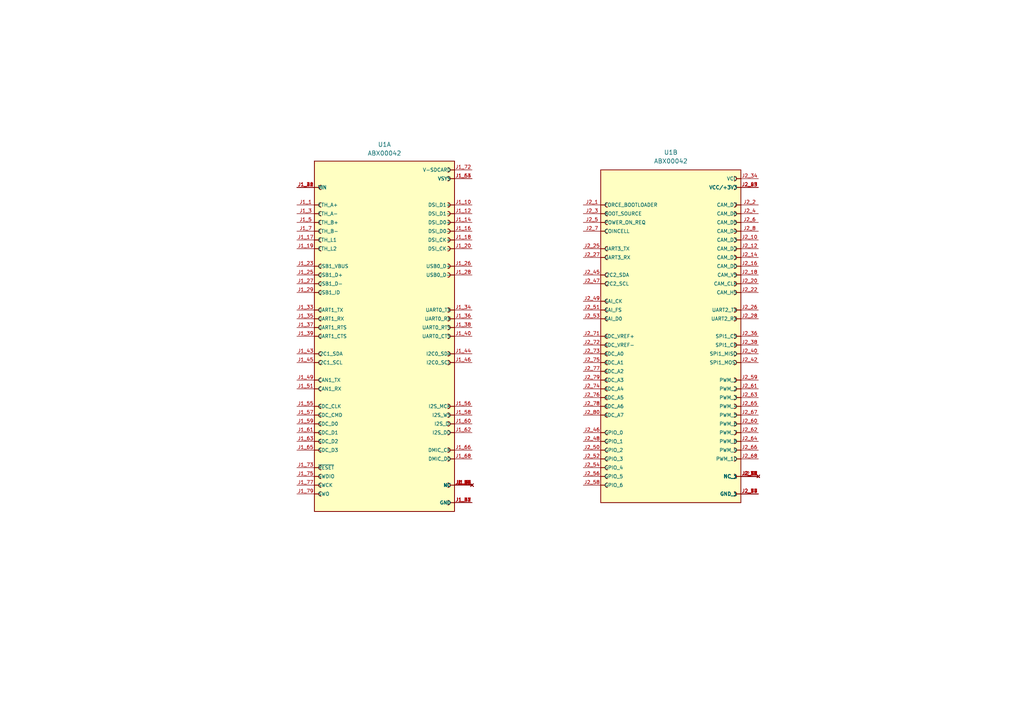
<source format=kicad_sch>
(kicad_sch (version 20211123) (generator eeschema)
  (paper "A4")
  (lib_symbols
    (symbol "ABX00042:ABX00042" (pin_names (offset 1.016))
      (property "Reference" "U" (at -20.32 52.07 0))
      (property "Value" "ABX00042" (at -20.32 -53.34 0))
      (symbol "ABX00042_1_0"
        (rectangle (start -20.32 -50.8) (end 20.32 50.8) (stroke (width 0.254)) (fill (type background)))
        (arc (start -18.415 -45.085) (mid -19.05 -45.72) (end -18.415 -46.355) (stroke (width 0.254)))
        (arc (start -18.415 -42.545) (mid -19.05 -43.18) (end -18.415 -43.815) (stroke (width 0.254)))
        (arc (start -18.415 -40.005) (mid -19.05 -40.64) (end -18.415 -41.275) (stroke (width 0.254)))
        (arc (start -18.415 -37.465) (mid -19.05 -38.1) (end -18.415 -38.735) (stroke (width 0.254)))
        (arc (start -18.415 -32.385) (mid -19.05 -33.02) (end -18.415 -33.655) (stroke (width 0.254)))
        (arc (start -18.415 -29.845) (mid -19.05 -30.48) (end -18.415 -31.115) (stroke (width 0.254)))
        (arc (start -18.415 -27.305) (mid -19.05 -27.94) (end -18.415 -28.575) (stroke (width 0.254)))
        (arc (start -18.415 -24.765) (mid -19.05 -25.4) (end -18.415 -26.035) (stroke (width 0.254)))
        (arc (start -18.415 -22.225) (mid -19.05 -22.86) (end -18.415 -23.495) (stroke (width 0.254)))
        (arc (start -18.415 -19.685) (mid -19.05 -20.32) (end -18.415 -20.955) (stroke (width 0.254)))
        (arc (start -18.415 -14.605) (mid -19.05 -15.24) (end -18.415 -15.875) (stroke (width 0.254)))
        (arc (start -18.415 -12.065) (mid -19.05 -12.7) (end -18.415 -13.335) (stroke (width 0.254)))
        (arc (start -18.415 -6.985) (mid -19.05 -7.62) (end -18.415 -8.255) (stroke (width 0.254)))
        (arc (start -18.415 -4.445) (mid -19.05 -5.08) (end -18.415 -5.715) (stroke (width 0.254)))
        (arc (start -18.415 0.635) (mid -19.05 0) (end -18.415 -0.635) (stroke (width 0.254)))
        (arc (start -18.415 3.175) (mid -19.05 2.54) (end -18.415 1.905) (stroke (width 0.254)))
        (arc (start -18.415 5.715) (mid -19.05 5.08) (end -18.415 4.445) (stroke (width 0.254)))
        (arc (start -18.415 8.255) (mid -19.05 7.62) (end -18.415 6.985) (stroke (width 0.254)))
        (arc (start -18.415 13.335) (mid -19.05 12.7) (end -18.415 12.065) (stroke (width 0.254)))
        (arc (start -18.415 15.875) (mid -19.05 15.24) (end -18.415 14.605) (stroke (width 0.254)))
        (arc (start -18.415 18.415) (mid -19.05 17.78) (end -18.415 17.145) (stroke (width 0.254)))
        (arc (start -18.415 20.955) (mid -19.05 20.32) (end -18.415 19.685) (stroke (width 0.254)))
        (arc (start -18.415 26.035) (mid -19.05 25.4) (end -18.415 24.765) (stroke (width 0.254)))
        (arc (start -18.415 28.575) (mid -19.05 27.94) (end -18.415 27.305) (stroke (width 0.254)))
        (arc (start -18.415 31.115) (mid -19.05 30.48) (end -18.415 29.845) (stroke (width 0.254)))
        (arc (start -18.415 33.655) (mid -19.05 33.02) (end -18.415 32.385) (stroke (width 0.254)))
        (arc (start -18.415 36.195) (mid -19.05 35.56) (end -18.415 34.925) (stroke (width 0.254)))
        (arc (start -18.415 38.735) (mid -19.05 38.1) (end -18.415 37.465) (stroke (width 0.254)))
        (arc (start -18.415 43.815) (mid -19.05 43.18) (end -18.415 42.545) (stroke (width 0.254)))
        (polyline (pts (xy -20.32 -45.72) (xy -19.05 -45.72)) (stroke (width 0.254)))
        (polyline (pts (xy -20.32 -43.18) (xy -19.05 -43.18)) (stroke (width 0.254)))
        (polyline (pts (xy -20.32 -40.64) (xy -19.05 -40.64)) (stroke (width 0.254)))
        (polyline (pts (xy -20.32 -38.1) (xy -19.05 -38.1)) (stroke (width 0.254)))
        (polyline (pts (xy -20.32 -33.02) (xy -19.05 -33.02)) (stroke (width 0.254)))
        (polyline (pts (xy -20.32 -30.48) (xy -19.05 -30.48)) (stroke (width 0.254)))
        (polyline (pts (xy -20.32 -27.94) (xy -19.05 -27.94)) (stroke (width 0.254)))
        (polyline (pts (xy -20.32 -25.4) (xy -19.05 -25.4)) (stroke (width 0.254)))
        (polyline (pts (xy -20.32 -22.86) (xy -19.05 -22.86)) (stroke (width 0.254)))
        (polyline (pts (xy -20.32 -20.32) (xy -19.05 -20.32)) (stroke (width 0.254)))
        (polyline (pts (xy -20.32 -15.24) (xy -19.05 -15.24)) (stroke (width 0.254)))
        (polyline (pts (xy -20.32 -12.7) (xy -19.05 -12.7)) (stroke (width 0.254)))
        (polyline (pts (xy -20.32 -7.62) (xy -19.05 -7.62)) (stroke (width 0.254)))
        (polyline (pts (xy -20.32 -5.08) (xy -19.05 -5.08)) (stroke (width 0.254)))
        (polyline (pts (xy -20.32 0) (xy -19.05 0)) (stroke (width 0.254)))
        (polyline (pts (xy -20.32 2.54) (xy -19.05 2.54)) (stroke (width 0.254)))
        (polyline (pts (xy -20.32 5.08) (xy -19.05 5.08)) (stroke (width 0.254)))
        (polyline (pts (xy -20.32 7.62) (xy -19.05 7.62)) (stroke (width 0.254)))
        (polyline (pts (xy -20.32 12.7) (xy -19.05 12.7)) (stroke (width 0.254)))
        (polyline (pts (xy -20.32 15.24) (xy -19.05 15.24)) (stroke (width 0.254)))
        (polyline (pts (xy -20.32 17.78) (xy -19.05 17.78)) (stroke (width 0.254)))
        (polyline (pts (xy -20.32 20.32) (xy -19.05 20.32)) (stroke (width 0.254)))
        (polyline (pts (xy -20.32 25.4) (xy -19.05 25.4)) (stroke (width 0.254)))
        (polyline (pts (xy -20.32 27.94) (xy -19.05 27.94)) (stroke (width 0.254)))
        (polyline (pts (xy -20.32 30.48) (xy -19.05 30.48)) (stroke (width 0.254)))
        (polyline (pts (xy -20.32 33.02) (xy -19.05 33.02)) (stroke (width 0.254)))
        (polyline (pts (xy -20.32 35.56) (xy -19.05 35.56)) (stroke (width 0.254)))
        (polyline (pts (xy -20.32 38.1) (xy -19.05 38.1)) (stroke (width 0.254)))
        (polyline (pts (xy -20.32 43.18) (xy -19.05 43.18)) (stroke (width 0.254)))
        (polyline (pts (xy 20.32 -48.26) (xy 19.05 -48.26)) (stroke (width 0.254)))
        (polyline (pts (xy 20.32 -43.18) (xy 19.05 -43.18)) (stroke (width 0.254)))
        (polyline (pts (xy 20.32 -35.56) (xy 19.05 -35.56)) (stroke (width 0.254)))
        (polyline (pts (xy 20.32 -33.02) (xy 19.05 -33.02)) (stroke (width 0.254)))
        (polyline (pts (xy 20.32 -27.94) (xy 19.05 -27.94)) (stroke (width 0.254)))
        (polyline (pts (xy 20.32 -25.4) (xy 19.05 -25.4)) (stroke (width 0.254)))
        (polyline (pts (xy 20.32 -22.86) (xy 19.05 -22.86)) (stroke (width 0.254)))
        (polyline (pts (xy 20.32 -20.32) (xy 19.05 -20.32)) (stroke (width 0.254)))
        (polyline (pts (xy 20.32 -7.62) (xy 19.05 -7.62)) (stroke (width 0.254)))
        (polyline (pts (xy 20.32 -5.08) (xy 19.05 -5.08)) (stroke (width 0.254)))
        (polyline (pts (xy 20.32 0) (xy 19.05 0)) (stroke (width 0.254)))
        (polyline (pts (xy 20.32 2.54) (xy 19.05 2.54)) (stroke (width 0.254)))
        (polyline (pts (xy 20.32 5.08) (xy 19.05 5.08)) (stroke (width 0.254)))
        (polyline (pts (xy 20.32 7.62) (xy 19.05 7.62)) (stroke (width 0.254)))
        (polyline (pts (xy 20.32 17.78) (xy 19.05 17.78)) (stroke (width 0.254)))
        (polyline (pts (xy 20.32 20.32) (xy 19.05 20.32)) (stroke (width 0.254)))
        (polyline (pts (xy 20.32 25.4) (xy 19.05 25.4)) (stroke (width 0.254)))
        (polyline (pts (xy 20.32 27.94) (xy 19.05 27.94)) (stroke (width 0.254)))
        (polyline (pts (xy 20.32 30.48) (xy 19.05 30.48)) (stroke (width 0.254)))
        (polyline (pts (xy 20.32 33.02) (xy 19.05 33.02)) (stroke (width 0.254)))
        (polyline (pts (xy 20.32 35.56) (xy 19.05 35.56)) (stroke (width 0.254)))
        (polyline (pts (xy 20.32 38.1) (xy 19.05 38.1)) (stroke (width 0.254)))
        (polyline (pts (xy 20.32 45.72) (xy 19.05 45.72)) (stroke (width 0.254)))
        (polyline (pts (xy 20.32 48.26) (xy 19.05 48.26)) (stroke (width 0.254)))
        (arc (start 18.415 -48.895) (mid 19.05 -48.26) (end 18.415 -47.625) (stroke (width 0.254)))
        (arc (start 18.415 -43.815) (mid 19.05 -43.18) (end 18.415 -42.545) (stroke (width 0.254)))
        (arc (start 18.415 -36.195) (mid 19.05 -35.56) (end 18.415 -34.925) (stroke (width 0.254)))
        (arc (start 18.415 -33.655) (mid 19.05 -33.02) (end 18.415 -32.385) (stroke (width 0.254)))
        (arc (start 18.415 -28.575) (mid 19.05 -27.94) (end 18.415 -27.305) (stroke (width 0.254)))
        (arc (start 18.415 -26.035) (mid 19.05 -25.4) (end 18.415 -24.765) (stroke (width 0.254)))
        (arc (start 18.415 -23.495) (mid 19.05 -22.86) (end 18.415 -22.225) (stroke (width 0.254)))
        (arc (start 18.415 -20.955) (mid 19.05 -20.32) (end 18.415 -19.685) (stroke (width 0.254)))
        (arc (start 18.415 -8.255) (mid 19.05 -7.62) (end 18.415 -6.985) (stroke (width 0.254)))
        (arc (start 18.415 -5.715) (mid 19.05 -5.08) (end 18.415 -4.445) (stroke (width 0.254)))
        (arc (start 18.415 -0.635) (mid 19.05 0) (end 18.415 0.635) (stroke (width 0.254)))
        (arc (start 18.415 1.905) (mid 19.05 2.54) (end 18.415 3.175) (stroke (width 0.254)))
        (arc (start 18.415 4.445) (mid 19.05 5.08) (end 18.415 5.715) (stroke (width 0.254)))
        (arc (start 18.415 6.985) (mid 19.05 7.62) (end 18.415 8.255) (stroke (width 0.254)))
        (arc (start 18.415 17.145) (mid 19.05 17.78) (end 18.415 18.415) (stroke (width 0.254)))
        (arc (start 18.415 19.685) (mid 19.05 20.32) (end 18.415 20.955) (stroke (width 0.254)))
        (arc (start 18.415 24.765) (mid 19.05 25.4) (end 18.415 26.035) (stroke (width 0.254)))
        (arc (start 18.415 27.305) (mid 19.05 27.94) (end 18.415 28.575) (stroke (width 0.254)))
        (arc (start 18.415 29.845) (mid 19.05 30.48) (end 18.415 31.115) (stroke (width 0.254)))
        (arc (start 18.415 32.385) (mid 19.05 33.02) (end 18.415 33.655) (stroke (width 0.254)))
        (arc (start 18.415 34.925) (mid 19.05 35.56) (end 18.415 36.195) (stroke (width 0.254)))
        (arc (start 18.415 37.465) (mid 19.05 38.1) (end 18.415 38.735) (stroke (width 0.254)))
        (arc (start 18.415 45.085) (mid 19.05 45.72) (end 18.415 46.355) (stroke (width 0.254)))
        (arc (start 18.415 47.625) (mid 19.05 48.26) (end 18.415 48.895) (stroke (width 0.254)))
        (pin input line (at -25.4 38.1 0) (length 5.08) (name "ETH_A+") (number "J1_1"))
        (pin bidirectional line (at 25.4 38.1 180) (length 5.08) (name "DSI_D1+") (number "J1_10"))
        (pin no_connect line (at 25.4 -43.18 180) (length 5.08) (name "NC") (number "J1_11"))
        (pin bidirectional line (at 25.4 35.56 180) (length 5.08) (name "DSI_D1-") (number "J1_12"))
        (pin no_connect line (at 25.4 -43.18 180) (length 5.08) (name "NC") (number "J1_13"))
        (pin bidirectional line (at 25.4 33.02 180) (length 5.08) (name "DSI_D0+") (number "J1_14"))
        (pin no_connect line (at 25.4 -43.18 180) (length 5.08) (name "NC") (number "J1_15"))
        (pin bidirectional line (at 25.4 30.48 180) (length 5.08) (name "DSI_D0-") (number "J1_16"))
        (pin output line (at -25.4 27.94 0) (length 5.08) (name "ETH_L1") (number "J1_17"))
        (pin bidirectional line (at 25.4 27.94 180) (length 5.08) (name "DSI_CK+") (number "J1_18"))
        (pin output line (at -25.4 25.4 0) (length 5.08) (name "ETH_L2") (number "J1_19"))
        (pin no_connect line (at 25.4 -43.18 180) (length 5.08) (name "NC") (number "J1_2"))
        (pin bidirectional line (at 25.4 25.4 180) (length 5.08) (name "DSI_CK-") (number "J1_20"))
        (pin input line (at -25.4 43.18 0) (length 5.08) (name "VIN") (number "J1_21"))
        (pin power_in line (at 25.4 -48.26 180) (length 5.08) (name "GND") (number "J1_22"))
        (pin power_in line (at -25.4 20.32 0) (length 5.08) (name "USB1_VBUS") (number "J1_23"))
        (pin no_connect line (at 25.4 -43.18 180) (length 5.08) (name "NC") (number "J1_24"))
        (pin bidirectional line (at -25.4 17.78 0) (length 5.08) (name "USB1_D+") (number "J1_25"))
        (pin bidirectional line (at 25.4 20.32 180) (length 5.08) (name "USB0_D+") (number "J1_26"))
        (pin bidirectional line (at -25.4 15.24 0) (length 5.08) (name "USB1_D-") (number "J1_27"))
        (pin bidirectional line (at 25.4 17.78 180) (length 5.08) (name "USB0_D-") (number "J1_28"))
        (pin bidirectional line (at -25.4 12.7 0) (length 5.08) (name "USB1_ID") (number "J1_29"))
        (pin input line (at -25.4 35.56 0) (length 5.08) (name "ETH_A-") (number "J1_3"))
        (pin no_connect line (at 25.4 -43.18 180) (length 5.08) (name "NC") (number "J1_30"))
        (pin power_in line (at 25.4 -48.26 180) (length 5.08) (name "GND") (number "J1_31"))
        (pin input line (at -25.4 43.18 0) (length 5.08) (name "VIN") (number "J1_32"))
        (pin output line (at -25.4 7.62 0) (length 5.08) (name "UART1_TX") (number "J1_33"))
        (pin output line (at 25.4 7.62 180) (length 5.08) (name "UART0_TX") (number "J1_34"))
        (pin input line (at -25.4 5.08 0) (length 5.08) (name "UART1_RX") (number "J1_35"))
        (pin input line (at 25.4 5.08 180) (length 5.08) (name "UART0_RX") (number "J1_36"))
        (pin bidirectional line (at -25.4 2.54 0) (length 5.08) (name "UART1_RTS") (number "J1_37"))
        (pin bidirectional line (at 25.4 2.54 180) (length 5.08) (name "UART0_RTS") (number "J1_38"))
        (pin bidirectional line (at -25.4 0 0) (length 5.08) (name "UART1_CTS") (number "J1_39"))
        (pin no_connect line (at 25.4 -43.18 180) (length 5.08) (name "NC") (number "J1_4"))
        (pin bidirectional line (at 25.4 0 180) (length 5.08) (name "UART0_CTS") (number "J1_40"))
        (pin input line (at -25.4 43.18 0) (length 5.08) (name "VIN") (number "J1_41"))
        (pin power_in line (at 25.4 -48.26 180) (length 5.08) (name "GND") (number "J1_42"))
        (pin bidirectional line (at -25.4 -5.08 0) (length 5.08) (name "I2C1_SDA") (number "J1_43"))
        (pin bidirectional line (at 25.4 -5.08 180) (length 5.08) (name "I2C0_SDA") (number "J1_44"))
        (pin input line (at -25.4 -7.62 0) (length 5.08) (name "I2C1_SCL") (number "J1_45"))
        (pin input line (at 25.4 -7.62 180) (length 5.08) (name "I2C0_SCL") (number "J1_46"))
        (pin power_in line (at 25.4 -48.26 180) (length 5.08) (name "GND") (number "J1_47"))
        (pin input line (at -25.4 43.18 0) (length 5.08) (name "VIN") (number "J1_48"))
        (pin output line (at -25.4 -12.7 0) (length 5.08) (name "CAN1_TX") (number "J1_49"))
        (pin input line (at -25.4 33.02 0) (length 5.08) (name "ETH_B+") (number "J1_5"))
        (pin no_connect line (at 25.4 -43.18 180) (length 5.08) (name "NC") (number "J1_50"))
        (pin input line (at -25.4 -15.24 0) (length 5.08) (name "CAN1_RX") (number "J1_51"))
        (pin no_connect line (at 25.4 -43.18 180) (length 5.08) (name "NC") (number "J1_52"))
        (pin power_in line (at 25.4 45.72 180) (length 5.08) (name "VSYS") (number "J1_53"))
        (pin power_in line (at 25.4 -48.26 180) (length 5.08) (name "GND") (number "J1_54"))
        (pin input line (at -25.4 -20.32 0) (length 5.08) (name "SDC_CLK") (number "J1_55"))
        (pin bidirectional line (at 25.4 -20.32 180) (length 5.08) (name "I2S_MCK") (number "J1_56"))
        (pin input line (at -25.4 -22.86 0) (length 5.08) (name "SDC_CMD") (number "J1_57"))
        (pin bidirectional line (at 25.4 -22.86 180) (length 5.08) (name "I2S_WS") (number "J1_58"))
        (pin bidirectional line (at -25.4 -25.4 0) (length 5.08) (name "SDC_D0") (number "J1_59"))
        (pin no_connect line (at 25.4 -43.18 180) (length 5.08) (name "NC") (number "J1_6"))
        (pin input line (at 25.4 -25.4 180) (length 5.08) (name "I2S_DI") (number "J1_60"))
        (pin bidirectional line (at -25.4 -27.94 0) (length 5.08) (name "SDC_D1") (number "J1_61"))
        (pin output line (at 25.4 -27.94 180) (length 5.08) (name "I2S_DO") (number "J1_62"))
        (pin bidirectional line (at -25.4 -30.48 0) (length 5.08) (name "SDC_D2") (number "J1_63"))
        (pin power_in line (at 25.4 45.72 180) (length 5.08) (name "VSYS") (number "J1_64"))
        (pin bidirectional line (at -25.4 -33.02 0) (length 5.08) (name "SDC_D3") (number "J1_65"))
        (pin bidirectional line (at 25.4 -33.02 180) (length 5.08) (name "DMIC_CK") (number "J1_66"))
        (pin no_connect line (at 25.4 -43.18 180) (length 5.08) (name "NC") (number "J1_67"))
        (pin bidirectional line (at 25.4 -35.56 180) (length 5.08) (name "DMIC_D0") (number "J1_68"))
        (pin no_connect line (at 25.4 -43.18 180) (length 5.08) (name "NC") (number "J1_69"))
        (pin input line (at -25.4 30.48 0) (length 5.08) (name "ETH_B-") (number "J1_7"))
        (pin no_connect line (at 25.4 -43.18 180) (length 5.08) (name "NC") (number "J1_70"))
        (pin no_connect line (at 25.4 -43.18 180) (length 5.08) (name "NC") (number "J1_71"))
        (pin power_in line (at 25.4 48.26 180) (length 5.08) (name "V-SDCARD") (number "J1_72"))
        (pin input line (at -25.4 -38.1 0) (length 5.08) (name "~{RESET}") (number "J1_73"))
        (pin no_connect line (at 25.4 -43.18 180) (length 5.08) (name "NC") (number "J1_74"))
        (pin bidirectional line (at -25.4 -40.64 0) (length 5.08) (name "SWDIO") (number "J1_75"))
        (pin no_connect line (at 25.4 -43.18 180) (length 5.08) (name "NC") (number "J1_76"))
        (pin input line (at -25.4 -43.18 0) (length 5.08) (name "SWCK") (number "J1_77"))
        (pin no_connect line (at 25.4 -43.18 180) (length 5.08) (name "NC") (number "J1_78"))
        (pin output line (at -25.4 -45.72 0) (length 5.08) (name "SWO") (number "J1_79"))
        (pin no_connect line (at 25.4 -43.18 180) (length 5.08) (name "NC") (number "J1_8"))
        (pin no_connect line (at 25.4 -43.18 180) (length 5.08) (name "NC") (number "J1_80"))
        (pin no_connect line (at 25.4 -43.18 180) (length 5.08) (name "NC") (number "J1_9"))
      )
      (symbol "ABX00042_2_0"
        (rectangle (start -20.32 -48.26) (end 20.32 48.26) (stroke (width 0.254)) (fill (type background)))
        (arc (start -19.05 -43.18) (mid -18.864 -43.629) (end -18.415 -43.815) (stroke (width 0.254)))
        (arc (start -18.415 -42.545) (mid -18.864 -42.731) (end -19.05 -43.18) (stroke (width 0.254)))
        (arc (start -18.415 -40.005) (mid -19.05 -40.64) (end -18.415 -41.275) (stroke (width 0.254)))
        (arc (start -18.415 -37.465) (mid -19.05 -38.1) (end -18.415 -38.735) (stroke (width 0.254)))
        (arc (start -18.415 -34.925) (mid -19.05 -35.56) (end -18.415 -36.195) (stroke (width 0.254)))
        (arc (start -18.415 -32.385) (mid -19.05 -33.02) (end -18.415 -33.655) (stroke (width 0.254)))
        (arc (start -18.415 -29.845) (mid -19.05 -30.48) (end -18.415 -31.115) (stroke (width 0.254)))
        (arc (start -18.415 -27.305) (mid -19.05 -27.94) (end -18.415 -28.575) (stroke (width 0.254)))
        (arc (start -18.415 -22.225) (mid -19.05 -22.86) (end -18.415 -23.495) (stroke (width 0.254)))
        (arc (start -18.415 -19.685) (mid -19.05 -20.32) (end -18.415 -20.955) (stroke (width 0.254)))
        (arc (start -18.415 -17.145) (mid -19.05 -17.78) (end -18.415 -18.415) (stroke (width 0.254)))
        (arc (start -18.415 -14.605) (mid -19.05 -15.24) (end -18.415 -15.875) (stroke (width 0.254)))
        (arc (start -18.415 -12.065) (mid -19.05 -12.7) (end -18.415 -13.335) (stroke (width 0.254)))
        (arc (start -18.415 -9.525) (mid -19.05 -10.16) (end -18.415 -10.795) (stroke (width 0.254)))
        (arc (start -18.415 -6.985) (mid -19.05 -7.62) (end -18.415 -8.255) (stroke (width 0.254)))
        (arc (start -18.415 -4.445) (mid -19.05 -5.08) (end -18.415 -5.715) (stroke (width 0.254)))
        (arc (start -18.415 -1.905) (mid -19.05 -2.54) (end -18.415 -3.175) (stroke (width 0.254)))
        (arc (start -18.415 0.635) (mid -19.05 0) (end -18.415 -0.635) (stroke (width 0.254)))
        (arc (start -18.415 5.715) (mid -19.05 5.08) (end -18.415 4.445) (stroke (width 0.254)))
        (arc (start -18.415 8.255) (mid -19.05 7.62) (end -18.415 6.985) (stroke (width 0.254)))
        (arc (start -18.415 10.795) (mid -19.05 10.16) (end -18.415 9.525) (stroke (width 0.254)))
        (arc (start -18.415 15.875) (mid -19.05 15.24) (end -18.415 14.605) (stroke (width 0.254)))
        (arc (start -18.415 18.415) (mid -19.05 17.78) (end -18.415 17.145) (stroke (width 0.254)))
        (arc (start -18.415 23.495) (mid -19.05 22.86) (end -18.415 22.225) (stroke (width 0.254)))
        (arc (start -18.415 26.035) (mid -19.05 25.4) (end -18.415 24.765) (stroke (width 0.254)))
        (arc (start -18.415 31.115) (mid -19.05 30.48) (end -18.415 29.845) (stroke (width 0.254)))
        (arc (start -18.415 33.655) (mid -19.05 33.02) (end -18.415 32.385) (stroke (width 0.254)))
        (arc (start -18.415 36.195) (mid -19.05 35.56) (end -18.415 34.925) (stroke (width 0.254)))
        (arc (start -18.415 38.735) (mid -19.05 38.1) (end -18.415 37.465) (stroke (width 0.254)))
        (polyline (pts (xy -20.32 -43.18) (xy -19.05 -43.18)) (stroke (width 0.254)))
        (polyline (pts (xy -20.32 -40.64) (xy -19.05 -40.64)) (stroke (width 0.254)))
        (polyline (pts (xy -20.32 -38.1) (xy -19.05 -38.1)) (stroke (width 0.254)))
        (polyline (pts (xy -20.32 -35.56) (xy -19.05 -35.56)) (stroke (width 0.254)))
        (polyline (pts (xy -20.32 -33.02) (xy -19.05 -33.02)) (stroke (width 0.254)))
        (polyline (pts (xy -20.32 -30.48) (xy -19.05 -30.48)) (stroke (width 0.254)))
        (polyline (pts (xy -20.32 -27.94) (xy -19.05 -27.94)) (stroke (width 0.254)))
        (polyline (pts (xy -20.32 -22.86) (xy -19.05 -22.86)) (stroke (width 0.254)))
        (polyline (pts (xy -20.32 -20.32) (xy -19.05 -20.32)) (stroke (width 0.254)))
        (polyline (pts (xy -20.32 -17.78) (xy -19.05 -17.78)) (stroke (width 0.254)))
        (polyline (pts (xy -20.32 -15.24) (xy -19.05 -15.24)) (stroke (width 0.254)))
        (polyline (pts (xy -20.32 -12.7) (xy -19.05 -12.7)) (stroke (width 0.254)))
        (polyline (pts (xy -20.32 -10.16) (xy -19.05 -10.16)) (stroke (width 0.254)))
        (polyline (pts (xy -20.32 -7.62) (xy -19.05 -7.62)) (stroke (width 0.254)))
        (polyline (pts (xy -20.32 -5.08) (xy -19.05 -5.08)) (stroke (width 0.254)))
        (polyline (pts (xy -20.32 -2.54) (xy -19.05 -2.54)) (stroke (width 0.254)))
        (polyline (pts (xy -20.32 0) (xy -19.05 0)) (stroke (width 0.254)))
        (polyline (pts (xy -20.32 5.08) (xy -19.05 5.08)) (stroke (width 0.254)))
        (polyline (pts (xy -20.32 7.62) (xy -19.05 7.62)) (stroke (width 0.254)))
        (polyline (pts (xy -20.32 10.16) (xy -19.05 10.16)) (stroke (width 0.254)))
        (polyline (pts (xy -20.32 15.24) (xy -19.05 15.24)) (stroke (width 0.254)))
        (polyline (pts (xy -20.32 17.78) (xy -19.05 17.78)) (stroke (width 0.254)))
        (polyline (pts (xy -20.32 22.86) (xy -19.05 22.86)) (stroke (width 0.254)))
        (polyline (pts (xy -20.32 25.4) (xy -19.05 25.4)) (stroke (width 0.254)))
        (polyline (pts (xy -20.32 30.48) (xy -19.05 30.48)) (stroke (width 0.254)))
        (polyline (pts (xy -20.32 33.02) (xy -19.05 33.02)) (stroke (width 0.254)))
        (polyline (pts (xy -20.32 35.56) (xy -19.05 35.56)) (stroke (width 0.254)))
        (polyline (pts (xy -20.32 38.1) (xy -19.05 38.1)) (stroke (width 0.254)))
        (polyline (pts (xy 20.32 -45.72) (xy 19.05 -45.72)) (stroke (width 0.254)))
        (polyline (pts (xy 20.32 -40.64) (xy 19.05 -40.64)) (stroke (width 0.254)))
        (polyline (pts (xy 20.32 -35.56) (xy 19.05 -35.56)) (stroke (width 0.254)))
        (polyline (pts (xy 20.32 -33.02) (xy 19.05 -33.02)) (stroke (width 0.254)))
        (polyline (pts (xy 20.32 -30.48) (xy 19.05 -30.48)) (stroke (width 0.254)))
        (polyline (pts (xy 20.32 -27.94) (xy 19.05 -27.94)) (stroke (width 0.254)))
        (polyline (pts (xy 20.32 -25.4) (xy 19.05 -25.4)) (stroke (width 0.254)))
        (polyline (pts (xy 20.32 -22.86) (xy 19.05 -22.86)) (stroke (width 0.254)))
        (polyline (pts (xy 20.32 -20.32) (xy 19.05 -20.32)) (stroke (width 0.254)))
        (polyline (pts (xy 20.32 -17.78) (xy 19.05 -17.78)) (stroke (width 0.254)))
        (polyline (pts (xy 20.32 -15.24) (xy 19.05 -15.24)) (stroke (width 0.254)))
        (polyline (pts (xy 20.32 -12.7) (xy 19.05 -12.7)) (stroke (width 0.254)))
        (polyline (pts (xy 20.32 -7.62) (xy 19.05 -7.62)) (stroke (width 0.254)))
        (polyline (pts (xy 20.32 -5.08) (xy 19.05 -5.08)) (stroke (width 0.254)))
        (polyline (pts (xy 20.32 -2.54) (xy 19.05 -2.54)) (stroke (width 0.254)))
        (polyline (pts (xy 20.32 0) (xy 19.05 0)) (stroke (width 0.254)))
        (polyline (pts (xy 20.32 5.08) (xy 19.05 5.08)) (stroke (width 0.254)))
        (polyline (pts (xy 20.32 7.62) (xy 19.05 7.62)) (stroke (width 0.254)))
        (polyline (pts (xy 20.32 12.7) (xy 19.05 12.7)) (stroke (width 0.254)))
        (polyline (pts (xy 20.32 15.24) (xy 19.05 15.24)) (stroke (width 0.254)))
        (polyline (pts (xy 20.32 17.78) (xy 19.05 17.78)) (stroke (width 0.254)))
        (polyline (pts (xy 20.32 20.32) (xy 19.05 20.32)) (stroke (width 0.254)))
        (polyline (pts (xy 20.32 22.86) (xy 19.05 22.86)) (stroke (width 0.254)))
        (polyline (pts (xy 20.32 25.4) (xy 19.05 25.4)) (stroke (width 0.254)))
        (polyline (pts (xy 20.32 27.94) (xy 19.05 27.94)) (stroke (width 0.254)))
        (polyline (pts (xy 20.32 30.48) (xy 19.05 30.48)) (stroke (width 0.254)))
        (polyline (pts (xy 20.32 33.02) (xy 19.05 33.02)) (stroke (width 0.254)))
        (polyline (pts (xy 20.32 35.56) (xy 19.05 35.56)) (stroke (width 0.254)))
        (polyline (pts (xy 20.32 38.1) (xy 19.05 38.1)) (stroke (width 0.254)))
        (polyline (pts (xy 20.32 43.18) (xy 19.05 43.18)) (stroke (width 0.254)))
        (polyline (pts (xy 20.32 45.72) (xy 19.05 45.72)) (stroke (width 0.254)))
        (arc (start 18.415 -46.355) (mid 19.05 -45.72) (end 18.415 -45.085) (stroke (width 0.254)))
        (arc (start 18.415 -41.275) (mid 19.05 -40.64) (end 18.415 -40.005) (stroke (width 0.254)))
        (arc (start 18.415 -36.195) (mid 19.05 -35.56) (end 18.415 -34.925) (stroke (width 0.254)))
        (arc (start 18.415 -33.655) (mid 19.05 -33.02) (end 18.415 -32.385) (stroke (width 0.254)))
        (arc (start 18.415 -31.115) (mid 19.05 -30.48) (end 18.415 -29.845) (stroke (width 0.254)))
        (arc (start 18.415 -28.575) (mid 19.05 -27.94) (end 18.415 -27.305) (stroke (width 0.254)))
        (arc (start 18.415 -26.035) (mid 19.05 -25.4) (end 18.415 -24.765) (stroke (width 0.254)))
        (arc (start 18.415 -23.495) (mid 19.05 -22.86) (end 18.415 -22.225) (stroke (width 0.254)))
        (arc (start 18.415 -20.955) (mid 19.05 -20.32) (end 18.415 -19.685) (stroke (width 0.254)))
        (arc (start 18.415 -18.415) (mid 19.05 -17.78) (end 18.415 -17.145) (stroke (width 0.254)))
        (arc (start 18.415 -15.875) (mid 19.05 -15.24) (end 18.415 -14.605) (stroke (width 0.254)))
        (arc (start 18.415 -13.335) (mid 19.05 -12.7) (end 18.415 -12.065) (stroke (width 0.254)))
        (arc (start 18.415 -8.255) (mid 19.05 -7.62) (end 18.415 -6.985) (stroke (width 0.254)))
        (arc (start 18.415 -5.715) (mid 19.05 -5.08) (end 18.415 -4.445) (stroke (width 0.254)))
        (arc (start 18.415 -3.175) (mid 19.05 -2.54) (end 18.415 -1.905) (stroke (width 0.254)))
        (arc (start 18.415 -0.635) (mid 19.05 0) (end 18.415 0.635) (stroke (width 0.254)))
        (arc (start 18.415 4.445) (mid 19.05 5.08) (end 18.415 5.715) (stroke (width 0.254)))
        (arc (start 18.415 6.985) (mid 19.05 7.62) (end 18.415 8.255) (stroke (width 0.254)))
        (arc (start 18.415 12.065) (mid 19.05 12.7) (end 18.415 13.335) (stroke (width 0.254)))
        (arc (start 18.415 14.605) (mid 19.05 15.24) (end 18.415 15.875) (stroke (width 0.254)))
        (arc (start 18.415 17.145) (mid 19.05 17.78) (end 18.415 18.415) (stroke (width 0.254)))
        (arc (start 18.415 19.685) (mid 19.05 20.32) (end 18.415 20.955) (stroke (width 0.254)))
        (arc (start 18.415 22.225) (mid 19.05 22.86) (end 18.415 23.495) (stroke (width 0.254)))
        (arc (start 18.415 24.765) (mid 19.05 25.4) (end 18.415 26.035) (stroke (width 0.254)))
        (arc (start 18.415 27.305) (mid 19.05 27.94) (end 18.415 28.575) (stroke (width 0.254)))
        (arc (start 18.415 29.845) (mid 19.05 30.48) (end 18.415 31.115) (stroke (width 0.254)))
        (arc (start 18.415 32.385) (mid 19.05 33.02) (end 18.415 33.655) (stroke (width 0.254)))
        (arc (start 18.415 34.925) (mid 19.05 35.56) (end 18.415 36.195) (stroke (width 0.254)))
        (arc (start 18.415 37.465) (mid 19.05 38.1) (end 18.415 38.735) (stroke (width 0.254)))
        (arc (start 18.415 42.545) (mid 19.05 43.18) (end 18.415 43.815) (stroke (width 0.254)))
        (arc (start 18.415 45.085) (mid 19.05 45.72) (end 18.415 46.355) (stroke (width 0.254)))
        (pin input line (at -25.4 38.1 0) (length 5.08) (name "FORCE_BOOTLOADER") (number "J2_1"))
        (pin bidirectional line (at 25.4 27.94 180) (length 5.08) (name "CAM_D3") (number "J2_10"))
        (pin no_connect line (at 25.4 -40.64 180) (length 5.08) (name "NC_1") (number "J2_11"))
        (pin bidirectional line (at 25.4 25.4 180) (length 5.08) (name "CAM_D2") (number "J2_12"))
        (pin no_connect line (at 25.4 -40.64 180) (length 5.08) (name "NC_1") (number "J2_13"))
        (pin bidirectional line (at 25.4 22.86 180) (length 5.08) (name "CAM_D1") (number "J2_14"))
        (pin no_connect line (at 25.4 -40.64 180) (length 5.08) (name "NC_1") (number "J2_15"))
        (pin bidirectional line (at 25.4 20.32 180) (length 5.08) (name "CAM_D0") (number "J2_16"))
        (pin no_connect line (at 25.4 -40.64 180) (length 5.08) (name "NC_1") (number "J2_17"))
        (pin bidirectional line (at 25.4 17.78 180) (length 5.08) (name "CAM_VS") (number "J2_18"))
        (pin no_connect line (at 25.4 -40.64 180) (length 5.08) (name "NC_1") (number "J2_19"))
        (pin bidirectional line (at 25.4 38.1 180) (length 5.08) (name "CAM_D7") (number "J2_2"))
        (pin bidirectional line (at 25.4 15.24 180) (length 5.08) (name "CAM_CLK") (number "J2_20"))
        (pin no_connect line (at 25.4 -40.64 180) (length 5.08) (name "NC_1") (number "J2_21"))
        (pin bidirectional line (at 25.4 12.7 180) (length 5.08) (name "CAM_HS") (number "J2_22"))
        (pin power_in line (at 25.4 43.18 180) (length 5.08) (name "VCC/+3V3") (number "J2_23"))
        (pin power_in line (at 25.4 -45.72 180) (length 5.08) (name "GND_1") (number "J2_24"))
        (pin output line (at -25.4 25.4 0) (length 5.08) (name "UART3_TX") (number "J2_25"))
        (pin output line (at 25.4 7.62 180) (length 5.08) (name "UART2_TX") (number "J2_26"))
        (pin input line (at -25.4 22.86 0) (length 5.08) (name "UART3_RX") (number "J2_27"))
        (pin input line (at 25.4 5.08 180) (length 5.08) (name "UART2_RX") (number "J2_28"))
        (pin no_connect line (at 25.4 -40.64 180) (length 5.08) (name "NC_1") (number "J2_29"))
        (pin input line (at -25.4 35.56 0) (length 5.08) (name "BOOT_SOURCE") (number "J2_3"))
        (pin no_connect line (at 25.4 -40.64 180) (length 5.08) (name "NC_1") (number "J2_30"))
        (pin no_connect line (at 25.4 -40.64 180) (length 5.08) (name "NC_1") (number "J2_31"))
        (pin no_connect line (at 25.4 -40.64 180) (length 5.08) (name "NC_1") (number "J2_32"))
        (pin power_in line (at 25.4 -45.72 180) (length 5.08) (name "GND_1") (number "J2_33"))
        (pin power_in line (at 25.4 45.72 180) (length 5.08) (name "VCC") (number "J2_34"))
        (pin no_connect line (at 25.4 -40.64 180) (length 5.08) (name "NC_1") (number "J2_35"))
        (pin input line (at 25.4 0 180) (length 5.08) (name "SPI1_CS") (number "J2_36"))
        (pin no_connect line (at 25.4 -40.64 180) (length 5.08) (name "NC_1") (number "J2_37"))
        (pin input line (at 25.4 -2.54 180) (length 5.08) (name "SPI1_CK") (number "J2_38"))
        (pin no_connect line (at 25.4 -40.64 180) (length 5.08) (name "NC_1") (number "J2_39"))
        (pin bidirectional line (at 25.4 35.56 180) (length 5.08) (name "CAM_D6") (number "J2_4"))
        (pin output line (at 25.4 -5.08 180) (length 5.08) (name "SPI1_MISO") (number "J2_40"))
        (pin no_connect line (at 25.4 -40.64 180) (length 5.08) (name "NC_1") (number "J2_41"))
        (pin input line (at 25.4 -7.62 180) (length 5.08) (name "SPI1_MOSI") (number "J2_42"))
        (pin power_in line (at 25.4 43.18 180) (length 5.08) (name "VCC/+3V3") (number "J2_43"))
        (pin power_in line (at 25.4 -45.72 180) (length 5.08) (name "GND_1") (number "J2_44"))
        (pin bidirectional line (at -25.4 17.78 0) (length 5.08) (name "I2C2_SDA") (number "J2_45"))
        (pin bidirectional line (at -25.4 -27.94 0) (length 5.08) (name "GPIO_0") (number "J2_46"))
        (pin input line (at -25.4 15.24 0) (length 5.08) (name "I2C2_SCL") (number "J2_47"))
        (pin bidirectional line (at -25.4 -30.48 0) (length 5.08) (name "GPIO_1") (number "J2_48"))
        (pin input line (at -25.4 10.16 0) (length 5.08) (name "SAI_CK") (number "J2_49"))
        (pin input line (at -25.4 33.02 0) (length 5.08) (name "POWER_ON_REQ") (number "J2_5"))
        (pin bidirectional line (at -25.4 -33.02 0) (length 5.08) (name "GPIO_2") (number "J2_50"))
        (pin bidirectional line (at -25.4 7.62 0) (length 5.08) (name "SAI_FS") (number "J2_51"))
        (pin bidirectional line (at -25.4 -35.56 0) (length 5.08) (name "GPIO_3") (number "J2_52"))
        (pin bidirectional line (at -25.4 5.08 0) (length 5.08) (name "SAI_D0") (number "J2_53"))
        (pin bidirectional line (at -25.4 -38.1 0) (length 5.08) (name "GPIO_4") (number "J2_54"))
        (pin no_connect line (at 25.4 -40.64 180) (length 5.08) (name "NC_1") (number "J2_55"))
        (pin bidirectional line (at -25.4 -40.64 0) (length 5.08) (name "GPIO_5") (number "J2_56"))
        (pin power_in line (at 25.4 -45.72 180) (length 5.08) (name "GND_1") (number "J2_57"))
        (pin bidirectional line (at -25.4 -43.18 0) (length 5.08) (name "GPIO_6") (number "J2_58"))
        (pin bidirectional line (at 25.4 -12.7 180) (length 5.08) (name "PWM_1") (number "J2_59"))
        (pin bidirectional line (at 25.4 33.02 180) (length 5.08) (name "CAM_D5") (number "J2_6"))
        (pin bidirectional line (at 25.4 -25.4 180) (length 5.08) (name "PWM_6") (number "J2_60"))
        (pin bidirectional line (at 25.4 -15.24 180) (length 5.08) (name "PWM_2") (number "J2_61"))
        (pin bidirectional line (at 25.4 -27.94 180) (length 5.08) (name "PWM_7") (number "J2_62"))
        (pin bidirectional line (at 25.4 -17.78 180) (length 5.08) (name "PWM_3") (number "J2_63"))
        (pin bidirectional line (at 25.4 -30.48 180) (length 5.08) (name "PWM_8") (number "J2_64"))
        (pin bidirectional line (at 25.4 -20.32 180) (length 5.08) (name "PWM_4") (number "J2_65"))
        (pin bidirectional line (at 25.4 -33.02 180) (length 5.08) (name "PWM_9") (number "J2_66"))
        (pin bidirectional line (at 25.4 -22.86 180) (length 5.08) (name "PWM_5") (number "J2_67"))
        (pin bidirectional line (at 25.4 -35.56 180) (length 5.08) (name "PWM_10") (number "J2_68"))
        (pin power_in line (at 25.4 43.18 180) (length 5.08) (name "VCC/+3V3") (number "J2_69"))
        (pin input line (at -25.4 30.48 0) (length 5.08) (name "COINCELL") (number "J2_7"))
        (pin power_in line (at 25.4 -45.72 180) (length 5.08) (name "GND_1") (number "J2_70"))
        (pin input line (at -25.4 0 0) (length 5.08) (name "ADC_VREF+") (number "J2_71"))
        (pin input line (at -25.4 -2.54 0) (length 5.08) (name "ADC_VREF-") (number "J2_72"))
        (pin input line (at -25.4 -5.08 0) (length 5.08) (name "ADC_A0") (number "J2_73"))
        (pin input line (at -25.4 -15.24 0) (length 5.08) (name "ADC_A4") (number "J2_74"))
        (pin input line (at -25.4 -7.62 0) (length 5.08) (name "ADC_A1") (number "J2_75"))
        (pin input line (at -25.4 -17.78 0) (length 5.08) (name "ADC_A5") (number "J2_76"))
        (pin input line (at -25.4 -10.16 0) (length 5.08) (name "ADC_A2") (number "J2_77"))
        (pin input line (at -25.4 -20.32 0) (length 5.08) (name "ADC_A6") (number "J2_78"))
        (pin input line (at -25.4 -12.7 0) (length 5.08) (name "ADC_A3") (number "J2_79"))
        (pin bidirectional line (at 25.4 30.48 180) (length 5.08) (name "CAM_D4") (number "J2_8"))
        (pin input line (at -25.4 -22.86 0) (length 5.08) (name "ADC_A7") (number "J2_80"))
        (pin no_connect line (at 25.4 -40.64 180) (length 5.08) (name "NC_1") (number "J2_9"))
      )
    )
  )
  (symbol (lib_id "ABX00042:ABX00042") (at 194.564 97.536 0) (unit 2)
    (property "Reference" "U1" (at 194.564 44.196 0))
    (property "Value" "ABX00042" (at 194.564 46.736 0))
    (property "Footprint" "MODULE_ABX00042" (effects hide))
    (property "STANDARD" "Manufacturer Recommendations" (effects hide))
    (property "PARTREV" "2" (effects hide))
    (property "MANUFACTURER" "Arduino" (effects hide))
  )
  (symbol (lib_id "ABX00042:ABX00042") (at 111.506 97.536 0) (unit 1)
    (property "Reference" "U1" (at 111.506 41.91 0))
    (property "Value" "ABX00042" (at 111.506 44.45 0))
    (property "Footprint" "MODULE_ABX00042" (effects hide))
    (property "STANDARD" "Manufacturer Recommendations" (effects hide))
    (property "PARTREV" "2" (effects hide))
    (property "MANUFACTURER" "Arduino" (effects hide))
  )
)
</source>
